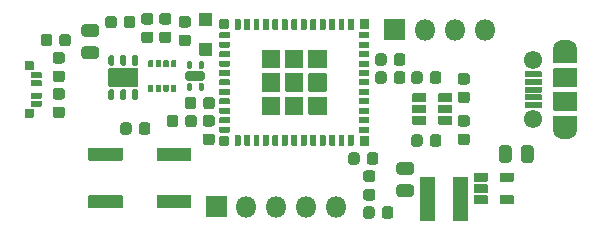
<source format=gbr>
G04 #@! TF.GenerationSoftware,KiCad,Pcbnew,(5.1.10)-1*
G04 #@! TF.CreationDate,2021-05-15T21:05:10-05:00*
G04 #@! TF.ProjectId,temp sensor,74656d70-2073-4656-9e73-6f722e6b6963,rev?*
G04 #@! TF.SameCoordinates,Original*
G04 #@! TF.FileFunction,Soldermask,Top*
G04 #@! TF.FilePolarity,Negative*
%FSLAX45Y45*%
G04 Gerber Fmt 4.5, Leading zero omitted, Abs format (unit mm)*
G04 Created by KiCad (PCBNEW (5.1.10)-1) date 2021-05-15 21:05:10*
%MOMM*%
%LPD*%
G01*
G04 APERTURE LIST*
%ADD10O,1.800000X1.800000*%
%ADD11C,1.550000*%
%ADD12O,2.000000X1.300000*%
G04 APERTURE END LIST*
G04 #@! TO.C,U3*
G36*
G01*
X6668200Y-4893200D02*
X6633200Y-4893200D01*
G75*
G02*
X6628200Y-4888200I0J5000D01*
G01*
X6628200Y-4838200D01*
G75*
G02*
X6633200Y-4833200I5000J0D01*
G01*
X6668200Y-4833200D01*
G75*
G02*
X6673200Y-4838200I0J-5000D01*
G01*
X6673200Y-4888200D01*
G75*
G02*
X6668200Y-4893200I-5000J0D01*
G01*
G37*
G36*
G01*
X6603200Y-4893200D02*
X6568200Y-4893200D01*
G75*
G02*
X6563200Y-4888200I0J5000D01*
G01*
X6563200Y-4838200D01*
G75*
G02*
X6568200Y-4833200I5000J0D01*
G01*
X6603200Y-4833200D01*
G75*
G02*
X6608200Y-4838200I0J-5000D01*
G01*
X6608200Y-4888200D01*
G75*
G02*
X6603200Y-4893200I-5000J0D01*
G01*
G37*
G36*
G01*
X6538200Y-4893200D02*
X6503200Y-4893200D01*
G75*
G02*
X6498200Y-4888200I0J5000D01*
G01*
X6498200Y-4838200D01*
G75*
G02*
X6503200Y-4833200I5000J0D01*
G01*
X6538200Y-4833200D01*
G75*
G02*
X6543200Y-4838200I0J-5000D01*
G01*
X6543200Y-4888200D01*
G75*
G02*
X6538200Y-4893200I-5000J0D01*
G01*
G37*
G36*
G01*
X6473200Y-4893200D02*
X6438200Y-4893200D01*
G75*
G02*
X6433200Y-4888200I0J5000D01*
G01*
X6433200Y-4838200D01*
G75*
G02*
X6438200Y-4833200I5000J0D01*
G01*
X6473200Y-4833200D01*
G75*
G02*
X6478200Y-4838200I0J-5000D01*
G01*
X6478200Y-4888200D01*
G75*
G02*
X6473200Y-4893200I-5000J0D01*
G01*
G37*
G36*
G01*
X6473200Y-5098200D02*
X6438200Y-5098200D01*
G75*
G02*
X6433200Y-5093200I0J5000D01*
G01*
X6433200Y-5043200D01*
G75*
G02*
X6438200Y-5038200I5000J0D01*
G01*
X6473200Y-5038200D01*
G75*
G02*
X6478200Y-5043200I0J-5000D01*
G01*
X6478200Y-5093200D01*
G75*
G02*
X6473200Y-5098200I-5000J0D01*
G01*
G37*
G36*
G01*
X6538200Y-5098200D02*
X6503200Y-5098200D01*
G75*
G02*
X6498200Y-5093200I0J5000D01*
G01*
X6498200Y-5043200D01*
G75*
G02*
X6503200Y-5038200I5000J0D01*
G01*
X6538200Y-5038200D01*
G75*
G02*
X6543200Y-5043200I0J-5000D01*
G01*
X6543200Y-5093200D01*
G75*
G02*
X6538200Y-5098200I-5000J0D01*
G01*
G37*
G36*
G01*
X6603200Y-5098200D02*
X6568200Y-5098200D01*
G75*
G02*
X6563200Y-5093200I0J5000D01*
G01*
X6563200Y-5043200D01*
G75*
G02*
X6568200Y-5038200I5000J0D01*
G01*
X6603200Y-5038200D01*
G75*
G02*
X6608200Y-5043200I0J-5000D01*
G01*
X6608200Y-5093200D01*
G75*
G02*
X6603200Y-5098200I-5000J0D01*
G01*
G37*
G36*
G01*
X6668200Y-5098200D02*
X6633200Y-5098200D01*
G75*
G02*
X6628200Y-5093200I0J5000D01*
G01*
X6628200Y-5043200D01*
G75*
G02*
X6633200Y-5038200I5000J0D01*
G01*
X6668200Y-5038200D01*
G75*
G02*
X6673200Y-5043200I0J-5000D01*
G01*
X6673200Y-5093200D01*
G75*
G02*
X6668200Y-5098200I-5000J0D01*
G01*
G37*
G04 #@! TD*
G04 #@! TO.C,J2*
G36*
G01*
X8606700Y-4662000D02*
X8436700Y-4662000D01*
G75*
G02*
X8431700Y-4657000I0J5000D01*
G01*
X8431700Y-4487000D01*
G75*
G02*
X8436700Y-4482000I5000J0D01*
G01*
X8606700Y-4482000D01*
G75*
G02*
X8611700Y-4487000I0J-5000D01*
G01*
X8611700Y-4657000D01*
G75*
G02*
X8606700Y-4662000I-5000J0D01*
G01*
G37*
D10*
X8775700Y-4572000D03*
X9029700Y-4572000D03*
X9283700Y-4572000D03*
G04 #@! TD*
G04 #@! TO.C,R8*
G36*
G01*
X8412000Y-6149525D02*
X8412000Y-6093275D01*
G75*
G02*
X8436375Y-6068900I24375J0D01*
G01*
X8485125Y-6068900D01*
G75*
G02*
X8509500Y-6093275I0J-24375D01*
G01*
X8509500Y-6149525D01*
G75*
G02*
X8485125Y-6173900I-24375J0D01*
G01*
X8436375Y-6173900D01*
G75*
G02*
X8412000Y-6149525I0J24375D01*
G01*
G37*
G36*
G01*
X8254500Y-6149525D02*
X8254500Y-6093275D01*
G75*
G02*
X8278875Y-6068900I24375J0D01*
G01*
X8327625Y-6068900D01*
G75*
G02*
X8352000Y-6093275I0J-24375D01*
G01*
X8352000Y-6149525D01*
G75*
G02*
X8327625Y-6173900I-24375J0D01*
G01*
X8278875Y-6173900D01*
G75*
G02*
X8254500Y-6149525I0J24375D01*
G01*
G37*
G04 #@! TD*
G04 #@! TO.C,C5*
G36*
G01*
X6325100Y-4480375D02*
X6325100Y-4536625D01*
G75*
G02*
X6300725Y-4561000I-24375J0D01*
G01*
X6251975Y-4561000D01*
G75*
G02*
X6227600Y-4536625I0J24375D01*
G01*
X6227600Y-4480375D01*
G75*
G02*
X6251975Y-4456000I24375J0D01*
G01*
X6300725Y-4456000D01*
G75*
G02*
X6325100Y-4480375I0J-24375D01*
G01*
G37*
G36*
G01*
X6167600Y-4480375D02*
X6167600Y-4536625D01*
G75*
G02*
X6143225Y-4561000I-24375J0D01*
G01*
X6094475Y-4561000D01*
G75*
G02*
X6070100Y-4536625I0J24375D01*
G01*
X6070100Y-4480375D01*
G75*
G02*
X6094475Y-4456000I24375J0D01*
G01*
X6143225Y-4456000D01*
G75*
G02*
X6167600Y-4480375I0J-24375D01*
G01*
G37*
G04 #@! TD*
G04 #@! TO.C,R9*
G36*
G01*
X8277675Y-5765300D02*
X8333925Y-5765300D01*
G75*
G02*
X8358300Y-5789675I0J-24375D01*
G01*
X8358300Y-5838425D01*
G75*
G02*
X8333925Y-5862800I-24375J0D01*
G01*
X8277675Y-5862800D01*
G75*
G02*
X8253300Y-5838425I0J24375D01*
G01*
X8253300Y-5789675D01*
G75*
G02*
X8277675Y-5765300I24375J0D01*
G01*
G37*
G36*
G01*
X8277675Y-5922800D02*
X8333925Y-5922800D01*
G75*
G02*
X8358300Y-5947175I0J-24375D01*
G01*
X8358300Y-5995925D01*
G75*
G02*
X8333925Y-6020300I-24375J0D01*
G01*
X8277675Y-6020300D01*
G75*
G02*
X8253300Y-5995925I0J24375D01*
G01*
X8253300Y-5947175D01*
G75*
G02*
X8277675Y-5922800I24375J0D01*
G01*
G37*
G04 #@! TD*
G04 #@! TO.C,C9*
G36*
G01*
X8658725Y-5989500D02*
X8562475Y-5989500D01*
G75*
G02*
X8535600Y-5962625I0J26875D01*
G01*
X8535600Y-5908875D01*
G75*
G02*
X8562475Y-5882000I26875J0D01*
G01*
X8658725Y-5882000D01*
G75*
G02*
X8685600Y-5908875I0J-26875D01*
G01*
X8685600Y-5962625D01*
G75*
G02*
X8658725Y-5989500I-26875J0D01*
G01*
G37*
G36*
G01*
X8658725Y-5802000D02*
X8562475Y-5802000D01*
G75*
G02*
X8535600Y-5775125I0J26875D01*
G01*
X8535600Y-5721375D01*
G75*
G02*
X8562475Y-5694500I26875J0D01*
G01*
X8658725Y-5694500D01*
G75*
G02*
X8685600Y-5721375I0J-26875D01*
G01*
X8685600Y-5775125D01*
G75*
G02*
X8658725Y-5802000I-26875J0D01*
G01*
G37*
G04 #@! TD*
G04 #@! TO.C,D2*
G36*
G01*
X5396000Y-4840000D02*
X5459000Y-4840000D01*
G75*
G02*
X5464000Y-4845000I0J-5000D01*
G01*
X5464000Y-4911000D01*
G75*
G02*
X5459000Y-4916000I-5000J0D01*
G01*
X5396000Y-4916000D01*
G75*
G02*
X5391000Y-4911000I0J5000D01*
G01*
X5391000Y-4845000D01*
G75*
G02*
X5396000Y-4840000I5000J0D01*
G01*
G37*
G36*
G01*
X5446000Y-4934000D02*
X5526000Y-4934000D01*
G75*
G02*
X5531000Y-4939000I0J-5000D01*
G01*
X5531000Y-4979000D01*
G75*
G02*
X5526000Y-4984000I-5000J0D01*
G01*
X5446000Y-4984000D01*
G75*
G02*
X5441000Y-4979000I0J5000D01*
G01*
X5441000Y-4939000D01*
G75*
G02*
X5446000Y-4934000I5000J0D01*
G01*
G37*
G36*
G01*
X5446000Y-5002000D02*
X5526000Y-5002000D01*
G75*
G02*
X5531000Y-5007000I0J-5000D01*
G01*
X5531000Y-5047000D01*
G75*
G02*
X5526000Y-5052000I-5000J0D01*
G01*
X5446000Y-5052000D01*
G75*
G02*
X5441000Y-5047000I0J5000D01*
G01*
X5441000Y-5007000D01*
G75*
G02*
X5446000Y-5002000I5000J0D01*
G01*
G37*
G36*
G01*
X5446000Y-5108000D02*
X5526000Y-5108000D01*
G75*
G02*
X5531000Y-5113000I0J-5000D01*
G01*
X5531000Y-5153000D01*
G75*
G02*
X5526000Y-5158000I-5000J0D01*
G01*
X5446000Y-5158000D01*
G75*
G02*
X5441000Y-5153000I0J5000D01*
G01*
X5441000Y-5113000D01*
G75*
G02*
X5446000Y-5108000I5000J0D01*
G01*
G37*
G36*
G01*
X5446000Y-5176000D02*
X5526000Y-5176000D01*
G75*
G02*
X5531000Y-5181000I0J-5000D01*
G01*
X5531000Y-5221000D01*
G75*
G02*
X5526000Y-5226000I-5000J0D01*
G01*
X5446000Y-5226000D01*
G75*
G02*
X5441000Y-5221000I0J5000D01*
G01*
X5441000Y-5181000D01*
G75*
G02*
X5446000Y-5176000I5000J0D01*
G01*
G37*
G36*
G01*
X5396000Y-5244000D02*
X5459000Y-5244000D01*
G75*
G02*
X5464000Y-5249000I0J-5000D01*
G01*
X5464000Y-5315000D01*
G75*
G02*
X5459000Y-5320000I-5000J0D01*
G01*
X5396000Y-5320000D01*
G75*
G02*
X5391000Y-5315000I0J5000D01*
G01*
X5391000Y-5249000D01*
G75*
G02*
X5396000Y-5244000I5000J0D01*
G01*
G37*
G04 #@! TD*
G04 #@! TO.C,C4*
G36*
G01*
X6743200Y-5222425D02*
X6743200Y-5166175D01*
G75*
G02*
X6767575Y-5141800I24375J0D01*
G01*
X6816325Y-5141800D01*
G75*
G02*
X6840700Y-5166175I0J-24375D01*
G01*
X6840700Y-5222425D01*
G75*
G02*
X6816325Y-5246800I-24375J0D01*
G01*
X6767575Y-5246800D01*
G75*
G02*
X6743200Y-5222425I0J24375D01*
G01*
G37*
G36*
G01*
X6900700Y-5222425D02*
X6900700Y-5166175D01*
G75*
G02*
X6925075Y-5141800I24375J0D01*
G01*
X6973825Y-5141800D01*
G75*
G02*
X6998200Y-5166175I0J-24375D01*
G01*
X6998200Y-5222425D01*
G75*
G02*
X6973825Y-5246800I-24375J0D01*
G01*
X6925075Y-5246800D01*
G75*
G02*
X6900700Y-5222425I0J24375D01*
G01*
G37*
G04 #@! TD*
G04 #@! TO.C,L1*
G36*
G01*
X6715575Y-4457200D02*
X6771825Y-4457200D01*
G75*
G02*
X6796200Y-4481575I0J-24375D01*
G01*
X6796200Y-4530325D01*
G75*
G02*
X6771825Y-4554700I-24375J0D01*
G01*
X6715575Y-4554700D01*
G75*
G02*
X6691200Y-4530325I0J24375D01*
G01*
X6691200Y-4481575D01*
G75*
G02*
X6715575Y-4457200I24375J0D01*
G01*
G37*
G36*
G01*
X6715575Y-4614700D02*
X6771825Y-4614700D01*
G75*
G02*
X6796200Y-4639075I0J-24375D01*
G01*
X6796200Y-4687825D01*
G75*
G02*
X6771825Y-4712200I-24375J0D01*
G01*
X6715575Y-4712200D01*
G75*
G02*
X6691200Y-4687825I0J24375D01*
G01*
X6691200Y-4639075D01*
G75*
G02*
X6715575Y-4614700I24375J0D01*
G01*
G37*
G04 #@! TD*
G04 #@! TO.C,R7*
G36*
G01*
X6845800Y-5318575D02*
X6845800Y-5374825D01*
G75*
G02*
X6821425Y-5399200I-24375J0D01*
G01*
X6772675Y-5399200D01*
G75*
G02*
X6748300Y-5374825I0J24375D01*
G01*
X6748300Y-5318575D01*
G75*
G02*
X6772675Y-5294200I24375J0D01*
G01*
X6821425Y-5294200D01*
G75*
G02*
X6845800Y-5318575I0J-24375D01*
G01*
G37*
G36*
G01*
X6688300Y-5318575D02*
X6688300Y-5374825D01*
G75*
G02*
X6663925Y-5399200I-24375J0D01*
G01*
X6615175Y-5399200D01*
G75*
G02*
X6590800Y-5374825I0J24375D01*
G01*
X6590800Y-5318575D01*
G75*
G02*
X6615175Y-5294200I24375J0D01*
G01*
X6663925Y-5294200D01*
G75*
G02*
X6688300Y-5318575I0J-24375D01*
G01*
G37*
G04 #@! TD*
G04 #@! TO.C,R10*
G36*
G01*
X9134025Y-5194800D02*
X9077775Y-5194800D01*
G75*
G02*
X9053400Y-5170425I0J24375D01*
G01*
X9053400Y-5121675D01*
G75*
G02*
X9077775Y-5097300I24375J0D01*
G01*
X9134025Y-5097300D01*
G75*
G02*
X9158400Y-5121675I0J-24375D01*
G01*
X9158400Y-5170425D01*
G75*
G02*
X9134025Y-5194800I-24375J0D01*
G01*
G37*
G36*
G01*
X9134025Y-5037300D02*
X9077775Y-5037300D01*
G75*
G02*
X9053400Y-5012925I0J24375D01*
G01*
X9053400Y-4964175D01*
G75*
G02*
X9077775Y-4939800I24375J0D01*
G01*
X9134025Y-4939800D01*
G75*
G02*
X9158400Y-4964175I0J-24375D01*
G01*
X9158400Y-5012925D01*
G75*
G02*
X9134025Y-5037300I-24375J0D01*
G01*
G37*
G04 #@! TD*
G04 #@! TO.C,R11*
G36*
G01*
X9134025Y-5392900D02*
X9077775Y-5392900D01*
G75*
G02*
X9053400Y-5368525I0J24375D01*
G01*
X9053400Y-5319775D01*
G75*
G02*
X9077775Y-5295400I24375J0D01*
G01*
X9134025Y-5295400D01*
G75*
G02*
X9158400Y-5319775I0J-24375D01*
G01*
X9158400Y-5368525D01*
G75*
G02*
X9134025Y-5392900I-24375J0D01*
G01*
G37*
G36*
G01*
X9134025Y-5550400D02*
X9077775Y-5550400D01*
G75*
G02*
X9053400Y-5526025I0J24375D01*
G01*
X9053400Y-5477275D01*
G75*
G02*
X9077775Y-5452900I24375J0D01*
G01*
X9134025Y-5452900D01*
G75*
G02*
X9158400Y-5477275I0J-24375D01*
G01*
X9158400Y-5526025D01*
G75*
G02*
X9134025Y-5550400I-24375J0D01*
G01*
G37*
G04 #@! TD*
G04 #@! TO.C,R12*
G36*
G01*
X8758400Y-4950275D02*
X8758400Y-5006525D01*
G75*
G02*
X8734025Y-5030900I-24375J0D01*
G01*
X8685275Y-5030900D01*
G75*
G02*
X8660900Y-5006525I0J24375D01*
G01*
X8660900Y-4950275D01*
G75*
G02*
X8685275Y-4925900I24375J0D01*
G01*
X8734025Y-4925900D01*
G75*
G02*
X8758400Y-4950275I0J-24375D01*
G01*
G37*
G36*
G01*
X8915900Y-4950275D02*
X8915900Y-5006525D01*
G75*
G02*
X8891525Y-5030900I-24375J0D01*
G01*
X8842775Y-5030900D01*
G75*
G02*
X8818400Y-5006525I0J24375D01*
G01*
X8818400Y-4950275D01*
G75*
G02*
X8842775Y-4925900I24375J0D01*
G01*
X8891525Y-4925900D01*
G75*
G02*
X8915900Y-4950275I0J-24375D01*
G01*
G37*
G04 #@! TD*
G04 #@! TO.C,R13*
G36*
G01*
X8915900Y-5483675D02*
X8915900Y-5539925D01*
G75*
G02*
X8891525Y-5564300I-24375J0D01*
G01*
X8842775Y-5564300D01*
G75*
G02*
X8818400Y-5539925I0J24375D01*
G01*
X8818400Y-5483675D01*
G75*
G02*
X8842775Y-5459300I24375J0D01*
G01*
X8891525Y-5459300D01*
G75*
G02*
X8915900Y-5483675I0J-24375D01*
G01*
G37*
G36*
G01*
X8758400Y-5483675D02*
X8758400Y-5539925D01*
G75*
G02*
X8734025Y-5564300I-24375J0D01*
G01*
X8685275Y-5564300D01*
G75*
G02*
X8660900Y-5539925I0J24375D01*
G01*
X8660900Y-5483675D01*
G75*
G02*
X8685275Y-5459300I24375J0D01*
G01*
X8734025Y-5459300D01*
G75*
G02*
X8758400Y-5483675I0J-24375D01*
G01*
G37*
G04 #@! TD*
G04 #@! TO.C,U2*
G36*
G01*
X9191900Y-5855700D02*
X9191900Y-5790700D01*
G75*
G02*
X9196900Y-5785700I5000J0D01*
G01*
X9302900Y-5785700D01*
G75*
G02*
X9307900Y-5790700I0J-5000D01*
G01*
X9307900Y-5855700D01*
G75*
G02*
X9302900Y-5860700I-5000J0D01*
G01*
X9196900Y-5860700D01*
G75*
G02*
X9191900Y-5855700I0J5000D01*
G01*
G37*
G36*
G01*
X9191900Y-5950700D02*
X9191900Y-5885700D01*
G75*
G02*
X9196900Y-5880700I5000J0D01*
G01*
X9302900Y-5880700D01*
G75*
G02*
X9307900Y-5885700I0J-5000D01*
G01*
X9307900Y-5950700D01*
G75*
G02*
X9302900Y-5955700I-5000J0D01*
G01*
X9196900Y-5955700D01*
G75*
G02*
X9191900Y-5950700I0J5000D01*
G01*
G37*
G36*
G01*
X9191900Y-6045700D02*
X9191900Y-5980700D01*
G75*
G02*
X9196900Y-5975700I5000J0D01*
G01*
X9302900Y-5975700D01*
G75*
G02*
X9307900Y-5980700I0J-5000D01*
G01*
X9307900Y-6045700D01*
G75*
G02*
X9302900Y-6050700I-5000J0D01*
G01*
X9196900Y-6050700D01*
G75*
G02*
X9191900Y-6045700I0J5000D01*
G01*
G37*
G36*
G01*
X9411900Y-6045700D02*
X9411900Y-5980700D01*
G75*
G02*
X9416900Y-5975700I5000J0D01*
G01*
X9522900Y-5975700D01*
G75*
G02*
X9527900Y-5980700I0J-5000D01*
G01*
X9527900Y-6045700D01*
G75*
G02*
X9522900Y-6050700I-5000J0D01*
G01*
X9416900Y-6050700D01*
G75*
G02*
X9411900Y-6045700I0J5000D01*
G01*
G37*
G36*
G01*
X9411900Y-5855700D02*
X9411900Y-5790700D01*
G75*
G02*
X9416900Y-5785700I5000J0D01*
G01*
X9522900Y-5785700D01*
G75*
G02*
X9527900Y-5790700I0J-5000D01*
G01*
X9527900Y-5855700D01*
G75*
G02*
X9522900Y-5860700I-5000J0D01*
G01*
X9416900Y-5860700D01*
G75*
G02*
X9411900Y-5855700I0J5000D01*
G01*
G37*
G04 #@! TD*
G04 #@! TO.C,U4*
G36*
G01*
X6310500Y-4788400D02*
X6335500Y-4788400D01*
G75*
G02*
X6348000Y-4800900I0J-12500D01*
G01*
X6348000Y-4865900D01*
G75*
G02*
X6335500Y-4878400I-12500J0D01*
G01*
X6310500Y-4878400D01*
G75*
G02*
X6298000Y-4865900I0J12500D01*
G01*
X6298000Y-4800900D01*
G75*
G02*
X6310500Y-4788400I12500J0D01*
G01*
G37*
G36*
G01*
X6210500Y-4788400D02*
X6235500Y-4788400D01*
G75*
G02*
X6248000Y-4800900I0J-12500D01*
G01*
X6248000Y-4865900D01*
G75*
G02*
X6235500Y-4878400I-12500J0D01*
G01*
X6210500Y-4878400D01*
G75*
G02*
X6198000Y-4865900I0J12500D01*
G01*
X6198000Y-4800900D01*
G75*
G02*
X6210500Y-4788400I12500J0D01*
G01*
G37*
G36*
G01*
X6110500Y-4788400D02*
X6135500Y-4788400D01*
G75*
G02*
X6148000Y-4800900I0J-12500D01*
G01*
X6148000Y-4865900D01*
G75*
G02*
X6135500Y-4878400I-12500J0D01*
G01*
X6110500Y-4878400D01*
G75*
G02*
X6098000Y-4865900I0J12500D01*
G01*
X6098000Y-4800900D01*
G75*
G02*
X6110500Y-4788400I12500J0D01*
G01*
G37*
G36*
G01*
X6110500Y-5078400D02*
X6135500Y-5078400D01*
G75*
G02*
X6148000Y-5090900I0J-12500D01*
G01*
X6148000Y-5155900D01*
G75*
G02*
X6135500Y-5168400I-12500J0D01*
G01*
X6110500Y-5168400D01*
G75*
G02*
X6098000Y-5155900I0J12500D01*
G01*
X6098000Y-5090900D01*
G75*
G02*
X6110500Y-5078400I12500J0D01*
G01*
G37*
G36*
G01*
X6210500Y-5078400D02*
X6235500Y-5078400D01*
G75*
G02*
X6248000Y-5090900I0J-12500D01*
G01*
X6248000Y-5155900D01*
G75*
G02*
X6235500Y-5168400I-12500J0D01*
G01*
X6210500Y-5168400D01*
G75*
G02*
X6198000Y-5155900I0J12500D01*
G01*
X6198000Y-5090900D01*
G75*
G02*
X6210500Y-5078400I12500J0D01*
G01*
G37*
G36*
G01*
X6310500Y-5078400D02*
X6335500Y-5078400D01*
G75*
G02*
X6348000Y-5090900I0J-12500D01*
G01*
X6348000Y-5155900D01*
G75*
G02*
X6335500Y-5168400I-12500J0D01*
G01*
X6310500Y-5168400D01*
G75*
G02*
X6298000Y-5155900I0J12500D01*
G01*
X6298000Y-5090900D01*
G75*
G02*
X6310500Y-5078400I12500J0D01*
G01*
G37*
G36*
G01*
X6103000Y-4898400D02*
X6343000Y-4898400D01*
G75*
G02*
X6348000Y-4903400I0J-5000D01*
G01*
X6348000Y-5053400D01*
G75*
G02*
X6343000Y-5058400I-5000J0D01*
G01*
X6103000Y-5058400D01*
G75*
G02*
X6098000Y-5053400I0J5000D01*
G01*
X6098000Y-4903400D01*
G75*
G02*
X6103000Y-4898400I5000J0D01*
G01*
G37*
G04 #@! TD*
G04 #@! TO.C,U5*
G36*
G01*
X8671200Y-5182600D02*
X8671200Y-5117600D01*
G75*
G02*
X8676200Y-5112600I5000J0D01*
G01*
X8782200Y-5112600D01*
G75*
G02*
X8787200Y-5117600I0J-5000D01*
G01*
X8787200Y-5182600D01*
G75*
G02*
X8782200Y-5187600I-5000J0D01*
G01*
X8676200Y-5187600D01*
G75*
G02*
X8671200Y-5182600I0J5000D01*
G01*
G37*
G36*
G01*
X8671200Y-5277600D02*
X8671200Y-5212600D01*
G75*
G02*
X8676200Y-5207600I5000J0D01*
G01*
X8782200Y-5207600D01*
G75*
G02*
X8787200Y-5212600I0J-5000D01*
G01*
X8787200Y-5277600D01*
G75*
G02*
X8782200Y-5282600I-5000J0D01*
G01*
X8676200Y-5282600D01*
G75*
G02*
X8671200Y-5277600I0J5000D01*
G01*
G37*
G36*
G01*
X8671200Y-5372600D02*
X8671200Y-5307600D01*
G75*
G02*
X8676200Y-5302600I5000J0D01*
G01*
X8782200Y-5302600D01*
G75*
G02*
X8787200Y-5307600I0J-5000D01*
G01*
X8787200Y-5372600D01*
G75*
G02*
X8782200Y-5377600I-5000J0D01*
G01*
X8676200Y-5377600D01*
G75*
G02*
X8671200Y-5372600I0J5000D01*
G01*
G37*
G36*
G01*
X8891200Y-5372600D02*
X8891200Y-5307600D01*
G75*
G02*
X8896200Y-5302600I5000J0D01*
G01*
X9002200Y-5302600D01*
G75*
G02*
X9007200Y-5307600I0J-5000D01*
G01*
X9007200Y-5372600D01*
G75*
G02*
X9002200Y-5377600I-5000J0D01*
G01*
X8896200Y-5377600D01*
G75*
G02*
X8891200Y-5372600I0J5000D01*
G01*
G37*
G36*
G01*
X8891200Y-5182600D02*
X8891200Y-5117600D01*
G75*
G02*
X8896200Y-5112600I5000J0D01*
G01*
X9002200Y-5112600D01*
G75*
G02*
X9007200Y-5117600I0J-5000D01*
G01*
X9007200Y-5182600D01*
G75*
G02*
X9002200Y-5187600I-5000J0D01*
G01*
X8896200Y-5187600D01*
G75*
G02*
X8891200Y-5182600I0J5000D01*
G01*
G37*
G36*
G01*
X8891200Y-5277600D02*
X8891200Y-5212600D01*
G75*
G02*
X8896200Y-5207600I5000J0D01*
G01*
X9002200Y-5207600D01*
G75*
G02*
X9007200Y-5212600I0J-5000D01*
G01*
X9007200Y-5277600D01*
G75*
G02*
X9002200Y-5282600I-5000J0D01*
G01*
X8896200Y-5282600D01*
G75*
G02*
X8891200Y-5277600I0J5000D01*
G01*
G37*
G04 #@! TD*
G04 #@! TO.C,R1*
G36*
G01*
X8356100Y-4854125D02*
X8356100Y-4797875D01*
G75*
G02*
X8380475Y-4773500I24375J0D01*
G01*
X8429225Y-4773500D01*
G75*
G02*
X8453600Y-4797875I0J-24375D01*
G01*
X8453600Y-4854125D01*
G75*
G02*
X8429225Y-4878500I-24375J0D01*
G01*
X8380475Y-4878500D01*
G75*
G02*
X8356100Y-4854125I0J24375D01*
G01*
G37*
G36*
G01*
X8513600Y-4854125D02*
X8513600Y-4797875D01*
G75*
G02*
X8537975Y-4773500I24375J0D01*
G01*
X8586725Y-4773500D01*
G75*
G02*
X8611100Y-4797875I0J-24375D01*
G01*
X8611100Y-4854125D01*
G75*
G02*
X8586725Y-4878500I-24375J0D01*
G01*
X8537975Y-4878500D01*
G75*
G02*
X8513600Y-4854125I0J24375D01*
G01*
G37*
G04 #@! TD*
G04 #@! TO.C,IC1*
G36*
G01*
X7120800Y-4644800D02*
X7040800Y-4644800D01*
G75*
G02*
X7035800Y-4639800I0J5000D01*
G01*
X7035800Y-4599800D01*
G75*
G02*
X7040800Y-4594800I5000J0D01*
G01*
X7120800Y-4594800D01*
G75*
G02*
X7125800Y-4599800I0J-5000D01*
G01*
X7125800Y-4639800D01*
G75*
G02*
X7120800Y-4644800I-5000J0D01*
G01*
G37*
G36*
G01*
X7120800Y-4724800D02*
X7040800Y-4724800D01*
G75*
G02*
X7035800Y-4719800I0J5000D01*
G01*
X7035800Y-4679800D01*
G75*
G02*
X7040800Y-4674800I5000J0D01*
G01*
X7120800Y-4674800D01*
G75*
G02*
X7125800Y-4679800I0J-5000D01*
G01*
X7125800Y-4719800D01*
G75*
G02*
X7120800Y-4724800I-5000J0D01*
G01*
G37*
G36*
G01*
X7120800Y-4804800D02*
X7040800Y-4804800D01*
G75*
G02*
X7035800Y-4799800I0J5000D01*
G01*
X7035800Y-4759800D01*
G75*
G02*
X7040800Y-4754800I5000J0D01*
G01*
X7120800Y-4754800D01*
G75*
G02*
X7125800Y-4759800I0J-5000D01*
G01*
X7125800Y-4799800D01*
G75*
G02*
X7120800Y-4804800I-5000J0D01*
G01*
G37*
G36*
G01*
X7120800Y-4884800D02*
X7040800Y-4884800D01*
G75*
G02*
X7035800Y-4879800I0J5000D01*
G01*
X7035800Y-4839800D01*
G75*
G02*
X7040800Y-4834800I5000J0D01*
G01*
X7120800Y-4834800D01*
G75*
G02*
X7125800Y-4839800I0J-5000D01*
G01*
X7125800Y-4879800D01*
G75*
G02*
X7120800Y-4884800I-5000J0D01*
G01*
G37*
G36*
G01*
X7120800Y-4964800D02*
X7040800Y-4964800D01*
G75*
G02*
X7035800Y-4959800I0J5000D01*
G01*
X7035800Y-4919800D01*
G75*
G02*
X7040800Y-4914800I5000J0D01*
G01*
X7120800Y-4914800D01*
G75*
G02*
X7125800Y-4919800I0J-5000D01*
G01*
X7125800Y-4959800D01*
G75*
G02*
X7120800Y-4964800I-5000J0D01*
G01*
G37*
G36*
G01*
X7120800Y-5044800D02*
X7040800Y-5044800D01*
G75*
G02*
X7035800Y-5039800I0J5000D01*
G01*
X7035800Y-4999800D01*
G75*
G02*
X7040800Y-4994800I5000J0D01*
G01*
X7120800Y-4994800D01*
G75*
G02*
X7125800Y-4999800I0J-5000D01*
G01*
X7125800Y-5039800D01*
G75*
G02*
X7120800Y-5044800I-5000J0D01*
G01*
G37*
G36*
G01*
X7120800Y-5124800D02*
X7040800Y-5124800D01*
G75*
G02*
X7035800Y-5119800I0J5000D01*
G01*
X7035800Y-5079800D01*
G75*
G02*
X7040800Y-5074800I5000J0D01*
G01*
X7120800Y-5074800D01*
G75*
G02*
X7125800Y-5079800I0J-5000D01*
G01*
X7125800Y-5119800D01*
G75*
G02*
X7120800Y-5124800I-5000J0D01*
G01*
G37*
G36*
G01*
X7120800Y-5204800D02*
X7040800Y-5204800D01*
G75*
G02*
X7035800Y-5199800I0J5000D01*
G01*
X7035800Y-5159800D01*
G75*
G02*
X7040800Y-5154800I5000J0D01*
G01*
X7120800Y-5154800D01*
G75*
G02*
X7125800Y-5159800I0J-5000D01*
G01*
X7125800Y-5199800D01*
G75*
G02*
X7120800Y-5204800I-5000J0D01*
G01*
G37*
G36*
G01*
X7120800Y-5284800D02*
X7040800Y-5284800D01*
G75*
G02*
X7035800Y-5279800I0J5000D01*
G01*
X7035800Y-5239800D01*
G75*
G02*
X7040800Y-5234800I5000J0D01*
G01*
X7120800Y-5234800D01*
G75*
G02*
X7125800Y-5239800I0J-5000D01*
G01*
X7125800Y-5279800D01*
G75*
G02*
X7120800Y-5284800I-5000J0D01*
G01*
G37*
G36*
G01*
X7120800Y-5364800D02*
X7040800Y-5364800D01*
G75*
G02*
X7035800Y-5359800I0J5000D01*
G01*
X7035800Y-5319800D01*
G75*
G02*
X7040800Y-5314800I5000J0D01*
G01*
X7120800Y-5314800D01*
G75*
G02*
X7125800Y-5319800I0J-5000D01*
G01*
X7125800Y-5359800D01*
G75*
G02*
X7120800Y-5364800I-5000J0D01*
G01*
G37*
G36*
G01*
X7120800Y-5444800D02*
X7040800Y-5444800D01*
G75*
G02*
X7035800Y-5439800I0J5000D01*
G01*
X7035800Y-5399800D01*
G75*
G02*
X7040800Y-5394800I5000J0D01*
G01*
X7120800Y-5394800D01*
G75*
G02*
X7125800Y-5399800I0J-5000D01*
G01*
X7125800Y-5439800D01*
G75*
G02*
X7120800Y-5444800I-5000J0D01*
G01*
G37*
G36*
G01*
X7165800Y-5549800D02*
X7165800Y-5469800D01*
G75*
G02*
X7170800Y-5464800I5000J0D01*
G01*
X7210800Y-5464800D01*
G75*
G02*
X7215800Y-5469800I0J-5000D01*
G01*
X7215800Y-5549800D01*
G75*
G02*
X7210800Y-5554800I-5000J0D01*
G01*
X7170800Y-5554800D01*
G75*
G02*
X7165800Y-5549800I0J5000D01*
G01*
G37*
G36*
G01*
X7245800Y-5549800D02*
X7245800Y-5469800D01*
G75*
G02*
X7250800Y-5464800I5000J0D01*
G01*
X7290800Y-5464800D01*
G75*
G02*
X7295800Y-5469800I0J-5000D01*
G01*
X7295800Y-5549800D01*
G75*
G02*
X7290800Y-5554800I-5000J0D01*
G01*
X7250800Y-5554800D01*
G75*
G02*
X7245800Y-5549800I0J5000D01*
G01*
G37*
G36*
G01*
X7325800Y-5549800D02*
X7325800Y-5469800D01*
G75*
G02*
X7330800Y-5464800I5000J0D01*
G01*
X7370800Y-5464800D01*
G75*
G02*
X7375800Y-5469800I0J-5000D01*
G01*
X7375800Y-5549800D01*
G75*
G02*
X7370800Y-5554800I-5000J0D01*
G01*
X7330800Y-5554800D01*
G75*
G02*
X7325800Y-5549800I0J5000D01*
G01*
G37*
G36*
G01*
X7405800Y-5549800D02*
X7405800Y-5469800D01*
G75*
G02*
X7410800Y-5464800I5000J0D01*
G01*
X7450800Y-5464800D01*
G75*
G02*
X7455800Y-5469800I0J-5000D01*
G01*
X7455800Y-5549800D01*
G75*
G02*
X7450800Y-5554800I-5000J0D01*
G01*
X7410800Y-5554800D01*
G75*
G02*
X7405800Y-5549800I0J5000D01*
G01*
G37*
G36*
G01*
X7485800Y-5549800D02*
X7485800Y-5469800D01*
G75*
G02*
X7490800Y-5464800I5000J0D01*
G01*
X7530800Y-5464800D01*
G75*
G02*
X7535800Y-5469800I0J-5000D01*
G01*
X7535800Y-5549800D01*
G75*
G02*
X7530800Y-5554800I-5000J0D01*
G01*
X7490800Y-5554800D01*
G75*
G02*
X7485800Y-5549800I0J5000D01*
G01*
G37*
G36*
G01*
X7565800Y-5549800D02*
X7565800Y-5469800D01*
G75*
G02*
X7570800Y-5464800I5000J0D01*
G01*
X7610800Y-5464800D01*
G75*
G02*
X7615800Y-5469800I0J-5000D01*
G01*
X7615800Y-5549800D01*
G75*
G02*
X7610800Y-5554800I-5000J0D01*
G01*
X7570800Y-5554800D01*
G75*
G02*
X7565800Y-5549800I0J5000D01*
G01*
G37*
G36*
G01*
X7645800Y-5549800D02*
X7645800Y-5469800D01*
G75*
G02*
X7650800Y-5464800I5000J0D01*
G01*
X7690800Y-5464800D01*
G75*
G02*
X7695800Y-5469800I0J-5000D01*
G01*
X7695800Y-5549800D01*
G75*
G02*
X7690800Y-5554800I-5000J0D01*
G01*
X7650800Y-5554800D01*
G75*
G02*
X7645800Y-5549800I0J5000D01*
G01*
G37*
G36*
G01*
X7725800Y-5549800D02*
X7725800Y-5469800D01*
G75*
G02*
X7730800Y-5464800I5000J0D01*
G01*
X7770800Y-5464800D01*
G75*
G02*
X7775800Y-5469800I0J-5000D01*
G01*
X7775800Y-5549800D01*
G75*
G02*
X7770800Y-5554800I-5000J0D01*
G01*
X7730800Y-5554800D01*
G75*
G02*
X7725800Y-5549800I0J5000D01*
G01*
G37*
G36*
G01*
X7805800Y-5549800D02*
X7805800Y-5469800D01*
G75*
G02*
X7810800Y-5464800I5000J0D01*
G01*
X7850800Y-5464800D01*
G75*
G02*
X7855800Y-5469800I0J-5000D01*
G01*
X7855800Y-5549800D01*
G75*
G02*
X7850800Y-5554800I-5000J0D01*
G01*
X7810800Y-5554800D01*
G75*
G02*
X7805800Y-5549800I0J5000D01*
G01*
G37*
G36*
G01*
X7885800Y-5549800D02*
X7885800Y-5469800D01*
G75*
G02*
X7890800Y-5464800I5000J0D01*
G01*
X7930800Y-5464800D01*
G75*
G02*
X7935800Y-5469800I0J-5000D01*
G01*
X7935800Y-5549800D01*
G75*
G02*
X7930800Y-5554800I-5000J0D01*
G01*
X7890800Y-5554800D01*
G75*
G02*
X7885800Y-5549800I0J5000D01*
G01*
G37*
G36*
G01*
X7965800Y-5549800D02*
X7965800Y-5469800D01*
G75*
G02*
X7970800Y-5464800I5000J0D01*
G01*
X8010800Y-5464800D01*
G75*
G02*
X8015800Y-5469800I0J-5000D01*
G01*
X8015800Y-5549800D01*
G75*
G02*
X8010800Y-5554800I-5000J0D01*
G01*
X7970800Y-5554800D01*
G75*
G02*
X7965800Y-5549800I0J5000D01*
G01*
G37*
G36*
G01*
X8045800Y-5549800D02*
X8045800Y-5469800D01*
G75*
G02*
X8050800Y-5464800I5000J0D01*
G01*
X8090800Y-5464800D01*
G75*
G02*
X8095800Y-5469800I0J-5000D01*
G01*
X8095800Y-5549800D01*
G75*
G02*
X8090800Y-5554800I-5000J0D01*
G01*
X8050800Y-5554800D01*
G75*
G02*
X8045800Y-5549800I0J5000D01*
G01*
G37*
G36*
G01*
X8125800Y-5549800D02*
X8125800Y-5469800D01*
G75*
G02*
X8130800Y-5464800I5000J0D01*
G01*
X8170800Y-5464800D01*
G75*
G02*
X8175800Y-5469800I0J-5000D01*
G01*
X8175800Y-5549800D01*
G75*
G02*
X8170800Y-5554800I-5000J0D01*
G01*
X8130800Y-5554800D01*
G75*
G02*
X8125800Y-5549800I0J5000D01*
G01*
G37*
G36*
G01*
X8300800Y-5444800D02*
X8220800Y-5444800D01*
G75*
G02*
X8215800Y-5439800I0J5000D01*
G01*
X8215800Y-5399800D01*
G75*
G02*
X8220800Y-5394800I5000J0D01*
G01*
X8300800Y-5394800D01*
G75*
G02*
X8305800Y-5399800I0J-5000D01*
G01*
X8305800Y-5439800D01*
G75*
G02*
X8300800Y-5444800I-5000J0D01*
G01*
G37*
G36*
G01*
X8300800Y-5364800D02*
X8220800Y-5364800D01*
G75*
G02*
X8215800Y-5359800I0J5000D01*
G01*
X8215800Y-5319800D01*
G75*
G02*
X8220800Y-5314800I5000J0D01*
G01*
X8300800Y-5314800D01*
G75*
G02*
X8305800Y-5319800I0J-5000D01*
G01*
X8305800Y-5359800D01*
G75*
G02*
X8300800Y-5364800I-5000J0D01*
G01*
G37*
G36*
G01*
X8300800Y-5284800D02*
X8220800Y-5284800D01*
G75*
G02*
X8215800Y-5279800I0J5000D01*
G01*
X8215800Y-5239800D01*
G75*
G02*
X8220800Y-5234800I5000J0D01*
G01*
X8300800Y-5234800D01*
G75*
G02*
X8305800Y-5239800I0J-5000D01*
G01*
X8305800Y-5279800D01*
G75*
G02*
X8300800Y-5284800I-5000J0D01*
G01*
G37*
G36*
G01*
X8300800Y-5204800D02*
X8220800Y-5204800D01*
G75*
G02*
X8215800Y-5199800I0J5000D01*
G01*
X8215800Y-5159800D01*
G75*
G02*
X8220800Y-5154800I5000J0D01*
G01*
X8300800Y-5154800D01*
G75*
G02*
X8305800Y-5159800I0J-5000D01*
G01*
X8305800Y-5199800D01*
G75*
G02*
X8300800Y-5204800I-5000J0D01*
G01*
G37*
G36*
G01*
X8300800Y-5124800D02*
X8220800Y-5124800D01*
G75*
G02*
X8215800Y-5119800I0J5000D01*
G01*
X8215800Y-5079800D01*
G75*
G02*
X8220800Y-5074800I5000J0D01*
G01*
X8300800Y-5074800D01*
G75*
G02*
X8305800Y-5079800I0J-5000D01*
G01*
X8305800Y-5119800D01*
G75*
G02*
X8300800Y-5124800I-5000J0D01*
G01*
G37*
G36*
G01*
X8300800Y-5044800D02*
X8220800Y-5044800D01*
G75*
G02*
X8215800Y-5039800I0J5000D01*
G01*
X8215800Y-4999800D01*
G75*
G02*
X8220800Y-4994800I5000J0D01*
G01*
X8300800Y-4994800D01*
G75*
G02*
X8305800Y-4999800I0J-5000D01*
G01*
X8305800Y-5039800D01*
G75*
G02*
X8300800Y-5044800I-5000J0D01*
G01*
G37*
G36*
G01*
X8300800Y-4964800D02*
X8220800Y-4964800D01*
G75*
G02*
X8215800Y-4959800I0J5000D01*
G01*
X8215800Y-4919800D01*
G75*
G02*
X8220800Y-4914800I5000J0D01*
G01*
X8300800Y-4914800D01*
G75*
G02*
X8305800Y-4919800I0J-5000D01*
G01*
X8305800Y-4959800D01*
G75*
G02*
X8300800Y-4964800I-5000J0D01*
G01*
G37*
G36*
G01*
X8300800Y-4884800D02*
X8220800Y-4884800D01*
G75*
G02*
X8215800Y-4879800I0J5000D01*
G01*
X8215800Y-4839800D01*
G75*
G02*
X8220800Y-4834800I5000J0D01*
G01*
X8300800Y-4834800D01*
G75*
G02*
X8305800Y-4839800I0J-5000D01*
G01*
X8305800Y-4879800D01*
G75*
G02*
X8300800Y-4884800I-5000J0D01*
G01*
G37*
G36*
G01*
X8300800Y-4804800D02*
X8220800Y-4804800D01*
G75*
G02*
X8215800Y-4799800I0J5000D01*
G01*
X8215800Y-4759800D01*
G75*
G02*
X8220800Y-4754800I5000J0D01*
G01*
X8300800Y-4754800D01*
G75*
G02*
X8305800Y-4759800I0J-5000D01*
G01*
X8305800Y-4799800D01*
G75*
G02*
X8300800Y-4804800I-5000J0D01*
G01*
G37*
G36*
G01*
X8300800Y-4724800D02*
X8220800Y-4724800D01*
G75*
G02*
X8215800Y-4719800I0J5000D01*
G01*
X8215800Y-4679800D01*
G75*
G02*
X8220800Y-4674800I5000J0D01*
G01*
X8300800Y-4674800D01*
G75*
G02*
X8305800Y-4679800I0J-5000D01*
G01*
X8305800Y-4719800D01*
G75*
G02*
X8300800Y-4724800I-5000J0D01*
G01*
G37*
G36*
G01*
X8300800Y-4644800D02*
X8220800Y-4644800D01*
G75*
G02*
X8215800Y-4639800I0J5000D01*
G01*
X8215800Y-4599800D01*
G75*
G02*
X8220800Y-4594800I5000J0D01*
G01*
X8300800Y-4594800D01*
G75*
G02*
X8305800Y-4599800I0J-5000D01*
G01*
X8305800Y-4639800D01*
G75*
G02*
X8300800Y-4644800I-5000J0D01*
G01*
G37*
G36*
G01*
X8125800Y-4569800D02*
X8125800Y-4489800D01*
G75*
G02*
X8130800Y-4484800I5000J0D01*
G01*
X8170800Y-4484800D01*
G75*
G02*
X8175800Y-4489800I0J-5000D01*
G01*
X8175800Y-4569800D01*
G75*
G02*
X8170800Y-4574800I-5000J0D01*
G01*
X8130800Y-4574800D01*
G75*
G02*
X8125800Y-4569800I0J5000D01*
G01*
G37*
G36*
G01*
X8045800Y-4569800D02*
X8045800Y-4489800D01*
G75*
G02*
X8050800Y-4484800I5000J0D01*
G01*
X8090800Y-4484800D01*
G75*
G02*
X8095800Y-4489800I0J-5000D01*
G01*
X8095800Y-4569800D01*
G75*
G02*
X8090800Y-4574800I-5000J0D01*
G01*
X8050800Y-4574800D01*
G75*
G02*
X8045800Y-4569800I0J5000D01*
G01*
G37*
G36*
G01*
X7965800Y-4569800D02*
X7965800Y-4489800D01*
G75*
G02*
X7970800Y-4484800I5000J0D01*
G01*
X8010800Y-4484800D01*
G75*
G02*
X8015800Y-4489800I0J-5000D01*
G01*
X8015800Y-4569800D01*
G75*
G02*
X8010800Y-4574800I-5000J0D01*
G01*
X7970800Y-4574800D01*
G75*
G02*
X7965800Y-4569800I0J5000D01*
G01*
G37*
G36*
G01*
X7885800Y-4569800D02*
X7885800Y-4489800D01*
G75*
G02*
X7890800Y-4484800I5000J0D01*
G01*
X7930800Y-4484800D01*
G75*
G02*
X7935800Y-4489800I0J-5000D01*
G01*
X7935800Y-4569800D01*
G75*
G02*
X7930800Y-4574800I-5000J0D01*
G01*
X7890800Y-4574800D01*
G75*
G02*
X7885800Y-4569800I0J5000D01*
G01*
G37*
G36*
G01*
X7805800Y-4569800D02*
X7805800Y-4489800D01*
G75*
G02*
X7810800Y-4484800I5000J0D01*
G01*
X7850800Y-4484800D01*
G75*
G02*
X7855800Y-4489800I0J-5000D01*
G01*
X7855800Y-4569800D01*
G75*
G02*
X7850800Y-4574800I-5000J0D01*
G01*
X7810800Y-4574800D01*
G75*
G02*
X7805800Y-4569800I0J5000D01*
G01*
G37*
G36*
G01*
X7725800Y-4569800D02*
X7725800Y-4489800D01*
G75*
G02*
X7730800Y-4484800I5000J0D01*
G01*
X7770800Y-4484800D01*
G75*
G02*
X7775800Y-4489800I0J-5000D01*
G01*
X7775800Y-4569800D01*
G75*
G02*
X7770800Y-4574800I-5000J0D01*
G01*
X7730800Y-4574800D01*
G75*
G02*
X7725800Y-4569800I0J5000D01*
G01*
G37*
G36*
G01*
X7645800Y-4569800D02*
X7645800Y-4489800D01*
G75*
G02*
X7650800Y-4484800I5000J0D01*
G01*
X7690800Y-4484800D01*
G75*
G02*
X7695800Y-4489800I0J-5000D01*
G01*
X7695800Y-4569800D01*
G75*
G02*
X7690800Y-4574800I-5000J0D01*
G01*
X7650800Y-4574800D01*
G75*
G02*
X7645800Y-4569800I0J5000D01*
G01*
G37*
G36*
G01*
X7565800Y-4569800D02*
X7565800Y-4489800D01*
G75*
G02*
X7570800Y-4484800I5000J0D01*
G01*
X7610800Y-4484800D01*
G75*
G02*
X7615800Y-4489800I0J-5000D01*
G01*
X7615800Y-4569800D01*
G75*
G02*
X7610800Y-4574800I-5000J0D01*
G01*
X7570800Y-4574800D01*
G75*
G02*
X7565800Y-4569800I0J5000D01*
G01*
G37*
G36*
G01*
X7485800Y-4569800D02*
X7485800Y-4489800D01*
G75*
G02*
X7490800Y-4484800I5000J0D01*
G01*
X7530800Y-4484800D01*
G75*
G02*
X7535800Y-4489800I0J-5000D01*
G01*
X7535800Y-4569800D01*
G75*
G02*
X7530800Y-4574800I-5000J0D01*
G01*
X7490800Y-4574800D01*
G75*
G02*
X7485800Y-4569800I0J5000D01*
G01*
G37*
G36*
G01*
X7405800Y-4569800D02*
X7405800Y-4489800D01*
G75*
G02*
X7410800Y-4484800I5000J0D01*
G01*
X7450800Y-4484800D01*
G75*
G02*
X7455800Y-4489800I0J-5000D01*
G01*
X7455800Y-4569800D01*
G75*
G02*
X7450800Y-4574800I-5000J0D01*
G01*
X7410800Y-4574800D01*
G75*
G02*
X7405800Y-4569800I0J5000D01*
G01*
G37*
G36*
G01*
X7325800Y-4569800D02*
X7325800Y-4489800D01*
G75*
G02*
X7330800Y-4484800I5000J0D01*
G01*
X7370800Y-4484800D01*
G75*
G02*
X7375800Y-4489800I0J-5000D01*
G01*
X7375800Y-4569800D01*
G75*
G02*
X7370800Y-4574800I-5000J0D01*
G01*
X7330800Y-4574800D01*
G75*
G02*
X7325800Y-4569800I0J5000D01*
G01*
G37*
G36*
G01*
X7245800Y-4569800D02*
X7245800Y-4489800D01*
G75*
G02*
X7250800Y-4484800I5000J0D01*
G01*
X7290800Y-4484800D01*
G75*
G02*
X7295800Y-4489800I0J-5000D01*
G01*
X7295800Y-4569800D01*
G75*
G02*
X7290800Y-4574800I-5000J0D01*
G01*
X7250800Y-4574800D01*
G75*
G02*
X7245800Y-4569800I0J5000D01*
G01*
G37*
G36*
G01*
X7165800Y-4569800D02*
X7165800Y-4489800D01*
G75*
G02*
X7170800Y-4484800I5000J0D01*
G01*
X7210800Y-4484800D01*
G75*
G02*
X7215800Y-4489800I0J-5000D01*
G01*
X7215800Y-4569800D01*
G75*
G02*
X7210800Y-4574800I-5000J0D01*
G01*
X7170800Y-4574800D01*
G75*
G02*
X7165800Y-4569800I0J5000D01*
G01*
G37*
G36*
G01*
X7593300Y-5092300D02*
X7593300Y-4947300D01*
G75*
G02*
X7598300Y-4942300I5000J0D01*
G01*
X7743300Y-4942300D01*
G75*
G02*
X7748300Y-4947300I0J-5000D01*
G01*
X7748300Y-5092300D01*
G75*
G02*
X7743300Y-5097300I-5000J0D01*
G01*
X7598300Y-5097300D01*
G75*
G02*
X7593300Y-5092300I0J5000D01*
G01*
G37*
G36*
G01*
X8300800Y-4564800D02*
X8230800Y-4564800D01*
G75*
G02*
X8225800Y-4559800I0J5000D01*
G01*
X8225800Y-4489800D01*
G75*
G02*
X8230800Y-4484800I5000J0D01*
G01*
X8300800Y-4484800D01*
G75*
G02*
X8305800Y-4489800I0J-5000D01*
G01*
X8305800Y-4559800D01*
G75*
G02*
X8300800Y-4564800I-5000J0D01*
G01*
G37*
G36*
G01*
X8300800Y-5554800D02*
X8230800Y-5554800D01*
G75*
G02*
X8225800Y-5549800I0J5000D01*
G01*
X8225800Y-5479800D01*
G75*
G02*
X8230800Y-5474800I5000J0D01*
G01*
X8300800Y-5474800D01*
G75*
G02*
X8305800Y-5479800I0J-5000D01*
G01*
X8305800Y-5549800D01*
G75*
G02*
X8300800Y-5554800I-5000J0D01*
G01*
G37*
G36*
G01*
X7110800Y-5554800D02*
X7040800Y-5554800D01*
G75*
G02*
X7035800Y-5549800I0J5000D01*
G01*
X7035800Y-5479800D01*
G75*
G02*
X7040800Y-5474800I5000J0D01*
G01*
X7110800Y-5474800D01*
G75*
G02*
X7115800Y-5479800I0J-5000D01*
G01*
X7115800Y-5549800D01*
G75*
G02*
X7110800Y-5554800I-5000J0D01*
G01*
G37*
G36*
G01*
X7110800Y-4564800D02*
X7040800Y-4564800D01*
G75*
G02*
X7035800Y-4559800I0J5000D01*
G01*
X7035800Y-4489800D01*
G75*
G02*
X7040800Y-4484800I5000J0D01*
G01*
X7110800Y-4484800D01*
G75*
G02*
X7115800Y-4489800I0J-5000D01*
G01*
X7115800Y-4559800D01*
G75*
G02*
X7110800Y-4564800I-5000J0D01*
G01*
G37*
G36*
G01*
X7395800Y-4894800D02*
X7395800Y-4749800D01*
G75*
G02*
X7400800Y-4744800I5000J0D01*
G01*
X7545800Y-4744800D01*
G75*
G02*
X7550800Y-4749800I0J-5000D01*
G01*
X7550800Y-4894800D01*
G75*
G02*
X7545800Y-4899800I-5000J0D01*
G01*
X7400800Y-4899800D01*
G75*
G02*
X7395800Y-4894800I0J5000D01*
G01*
G37*
G36*
G01*
X7395800Y-5092300D02*
X7395800Y-4947300D01*
G75*
G02*
X7400800Y-4942300I5000J0D01*
G01*
X7545800Y-4942300D01*
G75*
G02*
X7550800Y-4947300I0J-5000D01*
G01*
X7550800Y-5092300D01*
G75*
G02*
X7545800Y-5097300I-5000J0D01*
G01*
X7400800Y-5097300D01*
G75*
G02*
X7395800Y-5092300I0J5000D01*
G01*
G37*
G36*
G01*
X7395800Y-5289800D02*
X7395800Y-5144800D01*
G75*
G02*
X7400800Y-5139800I5000J0D01*
G01*
X7545800Y-5139800D01*
G75*
G02*
X7550800Y-5144800I0J-5000D01*
G01*
X7550800Y-5289800D01*
G75*
G02*
X7545800Y-5294800I-5000J0D01*
G01*
X7400800Y-5294800D01*
G75*
G02*
X7395800Y-5289800I0J5000D01*
G01*
G37*
G36*
G01*
X7593300Y-5289800D02*
X7593300Y-5144800D01*
G75*
G02*
X7598300Y-5139800I5000J0D01*
G01*
X7743300Y-5139800D01*
G75*
G02*
X7748300Y-5144800I0J-5000D01*
G01*
X7748300Y-5289800D01*
G75*
G02*
X7743300Y-5294800I-5000J0D01*
G01*
X7598300Y-5294800D01*
G75*
G02*
X7593300Y-5289800I0J5000D01*
G01*
G37*
G36*
G01*
X7790800Y-5289800D02*
X7790800Y-5144800D01*
G75*
G02*
X7795800Y-5139800I5000J0D01*
G01*
X7940800Y-5139800D01*
G75*
G02*
X7945800Y-5144800I0J-5000D01*
G01*
X7945800Y-5289800D01*
G75*
G02*
X7940800Y-5294800I-5000J0D01*
G01*
X7795800Y-5294800D01*
G75*
G02*
X7790800Y-5289800I0J5000D01*
G01*
G37*
G36*
G01*
X7790800Y-5092300D02*
X7790800Y-4947300D01*
G75*
G02*
X7795800Y-4942300I5000J0D01*
G01*
X7940800Y-4942300D01*
G75*
G02*
X7945800Y-4947300I0J-5000D01*
G01*
X7945800Y-5092300D01*
G75*
G02*
X7940800Y-5097300I-5000J0D01*
G01*
X7795800Y-5097300D01*
G75*
G02*
X7790800Y-5092300I0J5000D01*
G01*
G37*
G36*
G01*
X7790800Y-4894800D02*
X7790800Y-4749800D01*
G75*
G02*
X7795800Y-4744800I5000J0D01*
G01*
X7940800Y-4744800D01*
G75*
G02*
X7945800Y-4749800I0J-5000D01*
G01*
X7945800Y-4894800D01*
G75*
G02*
X7940800Y-4899800I-5000J0D01*
G01*
X7795800Y-4899800D01*
G75*
G02*
X7790800Y-4894800I0J5000D01*
G01*
G37*
G36*
G01*
X7593300Y-4894800D02*
X7593300Y-4749800D01*
G75*
G02*
X7598300Y-4744800I5000J0D01*
G01*
X7743300Y-4744800D01*
G75*
G02*
X7748300Y-4749800I0J-5000D01*
G01*
X7748300Y-4894800D01*
G75*
G02*
X7743300Y-4899800I-5000J0D01*
G01*
X7598300Y-4899800D01*
G75*
G02*
X7593300Y-4894800I0J5000D01*
G01*
G37*
G04 #@! TD*
G04 #@! TO.C,J3*
G36*
G01*
X7095400Y-6160600D02*
X6925400Y-6160600D01*
G75*
G02*
X6920400Y-6155600I0J5000D01*
G01*
X6920400Y-5985600D01*
G75*
G02*
X6925400Y-5980600I5000J0D01*
G01*
X7095400Y-5980600D01*
G75*
G02*
X7100400Y-5985600I0J-5000D01*
G01*
X7100400Y-6155600D01*
G75*
G02*
X7095400Y-6160600I-5000J0D01*
G01*
G37*
X7264400Y-6070600D03*
X7518400Y-6070600D03*
X7772400Y-6070600D03*
X8026400Y-6070600D03*
G04 #@! TD*
G04 #@! TO.C,J4*
G36*
G01*
X10058750Y-5060000D02*
X9868750Y-5060000D01*
G75*
G02*
X9863750Y-5055000I0J5000D01*
G01*
X9863750Y-4905000D01*
G75*
G02*
X9868750Y-4900000I5000J0D01*
G01*
X10058750Y-4900000D01*
G75*
G02*
X10063750Y-4905000I0J-5000D01*
G01*
X10063750Y-5055000D01*
G75*
G02*
X10058750Y-5060000I-5000J0D01*
G01*
G37*
D11*
X9693750Y-5330000D03*
G36*
G01*
X9761250Y-5170000D02*
X9626250Y-5170000D01*
G75*
G02*
X9621250Y-5165000I0J5000D01*
G01*
X9621250Y-5125000D01*
G75*
G02*
X9626250Y-5120000I5000J0D01*
G01*
X9761250Y-5120000D01*
G75*
G02*
X9766250Y-5125000I0J-5000D01*
G01*
X9766250Y-5165000D01*
G75*
G02*
X9761250Y-5170000I-5000J0D01*
G01*
G37*
G36*
G01*
X9761250Y-5235000D02*
X9626250Y-5235000D01*
G75*
G02*
X9621250Y-5230000I0J5000D01*
G01*
X9621250Y-5190000D01*
G75*
G02*
X9626250Y-5185000I5000J0D01*
G01*
X9761250Y-5185000D01*
G75*
G02*
X9766250Y-5190000I0J-5000D01*
G01*
X9766250Y-5230000D01*
G75*
G02*
X9761250Y-5235000I-5000J0D01*
G01*
G37*
G36*
G01*
X9761250Y-4975000D02*
X9626250Y-4975000D01*
G75*
G02*
X9621250Y-4970000I0J5000D01*
G01*
X9621250Y-4930000D01*
G75*
G02*
X9626250Y-4925000I5000J0D01*
G01*
X9761250Y-4925000D01*
G75*
G02*
X9766250Y-4930000I0J-5000D01*
G01*
X9766250Y-4970000D01*
G75*
G02*
X9761250Y-4975000I-5000J0D01*
G01*
G37*
G36*
G01*
X9761250Y-5040000D02*
X9626250Y-5040000D01*
G75*
G02*
X9621250Y-5035000I0J5000D01*
G01*
X9621250Y-4995000D01*
G75*
G02*
X9626250Y-4990000I5000J0D01*
G01*
X9761250Y-4990000D01*
G75*
G02*
X9766250Y-4995000I0J-5000D01*
G01*
X9766250Y-5035000D01*
G75*
G02*
X9761250Y-5040000I-5000J0D01*
G01*
G37*
G36*
G01*
X9761250Y-5105000D02*
X9626250Y-5105000D01*
G75*
G02*
X9621250Y-5100000I0J5000D01*
G01*
X9621250Y-5060000D01*
G75*
G02*
X9626250Y-5055000I5000J0D01*
G01*
X9761250Y-5055000D01*
G75*
G02*
X9766250Y-5060000I0J-5000D01*
G01*
X9766250Y-5100000D01*
G75*
G02*
X9761250Y-5105000I-5000J0D01*
G01*
G37*
X9693750Y-4830000D03*
G36*
G01*
X10058750Y-5260000D02*
X9868750Y-5260000D01*
G75*
G02*
X9863750Y-5255000I0J5000D01*
G01*
X9863750Y-5105000D01*
G75*
G02*
X9868750Y-5100000I5000J0D01*
G01*
X10058750Y-5100000D01*
G75*
G02*
X10063750Y-5105000I0J-5000D01*
G01*
X10063750Y-5255000D01*
G75*
G02*
X10058750Y-5260000I-5000J0D01*
G01*
G37*
D12*
X9963750Y-5430000D03*
X9963750Y-4730000D03*
G36*
G01*
X10058750Y-4855000D02*
X9868750Y-4855000D01*
G75*
G02*
X9863750Y-4850000I0J5000D01*
G01*
X9863750Y-4730000D01*
G75*
G02*
X9868750Y-4725000I5000J0D01*
G01*
X10058750Y-4725000D01*
G75*
G02*
X10063750Y-4730000I0J-5000D01*
G01*
X10063750Y-4850000D01*
G75*
G02*
X10058750Y-4855000I-5000J0D01*
G01*
G37*
G36*
G01*
X10058750Y-5435000D02*
X9868750Y-5435000D01*
G75*
G02*
X9863750Y-5430000I0J5000D01*
G01*
X9863750Y-5310000D01*
G75*
G02*
X9868750Y-5305000I5000J0D01*
G01*
X10058750Y-5305000D01*
G75*
G02*
X10063750Y-5310000I0J-5000D01*
G01*
X10063750Y-5430000D01*
G75*
G02*
X10058750Y-5435000I-5000J0D01*
G01*
G37*
G04 #@! TD*
G04 #@! TO.C,R2*
G36*
G01*
X8356100Y-5006525D02*
X8356100Y-4950275D01*
G75*
G02*
X8380475Y-4925900I24375J0D01*
G01*
X8429225Y-4925900D01*
G75*
G02*
X8453600Y-4950275I0J-24375D01*
G01*
X8453600Y-5006525D01*
G75*
G02*
X8429225Y-5030900I-24375J0D01*
G01*
X8380475Y-5030900D01*
G75*
G02*
X8356100Y-5006525I0J24375D01*
G01*
G37*
G36*
G01*
X8513600Y-5006525D02*
X8513600Y-4950275D01*
G75*
G02*
X8537975Y-4925900I24375J0D01*
G01*
X8586725Y-4925900D01*
G75*
G02*
X8611100Y-4950275I0J-24375D01*
G01*
X8611100Y-5006525D01*
G75*
G02*
X8586725Y-5030900I-24375J0D01*
G01*
X8537975Y-5030900D01*
G75*
G02*
X8513600Y-5006525I0J24375D01*
G01*
G37*
G04 #@! TD*
G04 #@! TO.C,R3*
G36*
G01*
X5621500Y-4632775D02*
X5621500Y-4689025D01*
G75*
G02*
X5597125Y-4713400I-24375J0D01*
G01*
X5548375Y-4713400D01*
G75*
G02*
X5524000Y-4689025I0J24375D01*
G01*
X5524000Y-4632775D01*
G75*
G02*
X5548375Y-4608400I24375J0D01*
G01*
X5597125Y-4608400D01*
G75*
G02*
X5621500Y-4632775I0J-24375D01*
G01*
G37*
G36*
G01*
X5779000Y-4632775D02*
X5779000Y-4689025D01*
G75*
G02*
X5754625Y-4713400I-24375J0D01*
G01*
X5705875Y-4713400D01*
G75*
G02*
X5681500Y-4689025I0J24375D01*
G01*
X5681500Y-4632775D01*
G75*
G02*
X5705875Y-4608400I24375J0D01*
G01*
X5754625Y-4608400D01*
G75*
G02*
X5779000Y-4632775I0J-24375D01*
G01*
G37*
G04 #@! TD*
G04 #@! TO.C,R14*
G36*
G01*
X5648775Y-4762000D02*
X5705025Y-4762000D01*
G75*
G02*
X5729400Y-4786375I0J-24375D01*
G01*
X5729400Y-4835125D01*
G75*
G02*
X5705025Y-4859500I-24375J0D01*
G01*
X5648775Y-4859500D01*
G75*
G02*
X5624400Y-4835125I0J24375D01*
G01*
X5624400Y-4786375D01*
G75*
G02*
X5648775Y-4762000I24375J0D01*
G01*
G37*
G36*
G01*
X5648775Y-4919500D02*
X5705025Y-4919500D01*
G75*
G02*
X5729400Y-4943875I0J-24375D01*
G01*
X5729400Y-4992625D01*
G75*
G02*
X5705025Y-5017000I-24375J0D01*
G01*
X5648775Y-5017000D01*
G75*
G02*
X5624400Y-4992625I0J24375D01*
G01*
X5624400Y-4943875D01*
G75*
G02*
X5648775Y-4919500I24375J0D01*
G01*
G37*
G04 #@! TD*
G04 #@! TO.C,R15*
G36*
G01*
X5705025Y-5164300D02*
X5648775Y-5164300D01*
G75*
G02*
X5624400Y-5139925I0J24375D01*
G01*
X5624400Y-5091175D01*
G75*
G02*
X5648775Y-5066800I24375J0D01*
G01*
X5705025Y-5066800D01*
G75*
G02*
X5729400Y-5091175I0J-24375D01*
G01*
X5729400Y-5139925D01*
G75*
G02*
X5705025Y-5164300I-24375J0D01*
G01*
G37*
G36*
G01*
X5705025Y-5321800D02*
X5648775Y-5321800D01*
G75*
G02*
X5624400Y-5297425I0J24375D01*
G01*
X5624400Y-5248675D01*
G75*
G02*
X5648775Y-5224300I24375J0D01*
G01*
X5705025Y-5224300D01*
G75*
G02*
X5729400Y-5248675I0J-24375D01*
G01*
X5729400Y-5297425D01*
G75*
G02*
X5705025Y-5321800I-24375J0D01*
G01*
G37*
G04 #@! TD*
G04 #@! TO.C,C8*
G36*
G01*
X9590400Y-5674225D02*
X9590400Y-5577975D01*
G75*
G02*
X9617275Y-5551100I26875J0D01*
G01*
X9671025Y-5551100D01*
G75*
G02*
X9697900Y-5577975I0J-26875D01*
G01*
X9697900Y-5674225D01*
G75*
G02*
X9671025Y-5701100I-26875J0D01*
G01*
X9617275Y-5701100D01*
G75*
G02*
X9590400Y-5674225I0J26875D01*
G01*
G37*
G36*
G01*
X9402900Y-5674225D02*
X9402900Y-5577975D01*
G75*
G02*
X9429775Y-5551100I26875J0D01*
G01*
X9483525Y-5551100D01*
G75*
G02*
X9510400Y-5577975I0J-26875D01*
G01*
X9510400Y-5674225D01*
G75*
G02*
X9483525Y-5701100I-26875J0D01*
G01*
X9429775Y-5701100D01*
G75*
G02*
X9402900Y-5674225I0J26875D01*
G01*
G37*
G04 #@! TD*
G04 #@! TO.C,L2*
G36*
G01*
X9145800Y-5822100D02*
X9145800Y-6192100D01*
G75*
G02*
X9140800Y-6197100I-5000J0D01*
G01*
X9020800Y-6197100D01*
G75*
G02*
X9015800Y-6192100I0J5000D01*
G01*
X9015800Y-5822100D01*
G75*
G02*
X9020800Y-5817100I5000J0D01*
G01*
X9140800Y-5817100D01*
G75*
G02*
X9145800Y-5822100I0J-5000D01*
G01*
G37*
G36*
G01*
X8865800Y-5822100D02*
X8865800Y-6192100D01*
G75*
G02*
X8860800Y-6197100I-5000J0D01*
G01*
X8740800Y-6197100D01*
G75*
G02*
X8735800Y-6192100I0J5000D01*
G01*
X8735800Y-5822100D01*
G75*
G02*
X8740800Y-5817100I5000J0D01*
G01*
X8860800Y-5817100D01*
G75*
G02*
X8865800Y-5822100I0J-5000D01*
G01*
G37*
G04 #@! TD*
G04 #@! TO.C,U1*
G36*
G01*
X6793850Y-5090700D02*
X6771350Y-5090700D01*
G75*
G02*
X6760100Y-5079450I0J11250D01*
G01*
X6760100Y-5036950D01*
G75*
G02*
X6771350Y-5025700I11250J0D01*
G01*
X6793850Y-5025700D01*
G75*
G02*
X6805100Y-5036950I0J-11250D01*
G01*
X6805100Y-5079450D01*
G75*
G02*
X6793850Y-5090700I-11250J0D01*
G01*
G37*
G36*
G01*
X6893850Y-5090700D02*
X6871350Y-5090700D01*
G75*
G02*
X6860100Y-5079450I0J11250D01*
G01*
X6860100Y-5036950D01*
G75*
G02*
X6871350Y-5025700I11250J0D01*
G01*
X6893850Y-5025700D01*
G75*
G02*
X6905100Y-5036950I0J-11250D01*
G01*
X6905100Y-5079450D01*
G75*
G02*
X6893850Y-5090700I-11250J0D01*
G01*
G37*
G36*
G01*
X6893850Y-4905700D02*
X6871350Y-4905700D01*
G75*
G02*
X6860100Y-4894450I0J11250D01*
G01*
X6860100Y-4851950D01*
G75*
G02*
X6871350Y-4840700I11250J0D01*
G01*
X6893850Y-4840700D01*
G75*
G02*
X6905100Y-4851950I0J-11250D01*
G01*
X6905100Y-4894450D01*
G75*
G02*
X6893850Y-4905700I-11250J0D01*
G01*
G37*
G36*
G01*
X6793850Y-4905700D02*
X6771350Y-4905700D01*
G75*
G02*
X6760100Y-4894450I0J11250D01*
G01*
X6760100Y-4851950D01*
G75*
G02*
X6771350Y-4840700I11250J0D01*
G01*
X6793850Y-4840700D01*
G75*
G02*
X6805100Y-4851950I0J-11250D01*
G01*
X6805100Y-4894450D01*
G75*
G02*
X6793850Y-4905700I-11250J0D01*
G01*
G37*
G36*
G01*
X6897600Y-5005700D02*
X6767600Y-5005700D01*
G75*
G02*
X6747600Y-4985700I0J20000D01*
G01*
X6747600Y-4945700D01*
G75*
G02*
X6767600Y-4925700I20000J0D01*
G01*
X6897600Y-4925700D01*
G75*
G02*
X6917600Y-4945700I0J-20000D01*
G01*
X6917600Y-4985700D01*
G75*
G02*
X6897600Y-5005700I-20000J0D01*
G01*
G37*
G04 #@! TD*
G04 #@! TO.C,C1*
G36*
G01*
X6452100Y-5382075D02*
X6452100Y-5438325D01*
G75*
G02*
X6427725Y-5462700I-24375J0D01*
G01*
X6378975Y-5462700D01*
G75*
G02*
X6354600Y-5438325I0J24375D01*
G01*
X6354600Y-5382075D01*
G75*
G02*
X6378975Y-5357700I24375J0D01*
G01*
X6427725Y-5357700D01*
G75*
G02*
X6452100Y-5382075I0J-24375D01*
G01*
G37*
G36*
G01*
X6294600Y-5382075D02*
X6294600Y-5438325D01*
G75*
G02*
X6270225Y-5462700I-24375J0D01*
G01*
X6221475Y-5462700D01*
G75*
G02*
X6197100Y-5438325I0J24375D01*
G01*
X6197100Y-5382075D01*
G75*
G02*
X6221475Y-5357700I24375J0D01*
G01*
X6270225Y-5357700D01*
G75*
G02*
X6294600Y-5382075I0J-24375D01*
G01*
G37*
G04 #@! TD*
G04 #@! TO.C,R16*
G36*
G01*
X6454325Y-4686800D02*
X6398075Y-4686800D01*
G75*
G02*
X6373700Y-4662425I0J24375D01*
G01*
X6373700Y-4613675D01*
G75*
G02*
X6398075Y-4589300I24375J0D01*
G01*
X6454325Y-4589300D01*
G75*
G02*
X6478700Y-4613675I0J-24375D01*
G01*
X6478700Y-4662425D01*
G75*
G02*
X6454325Y-4686800I-24375J0D01*
G01*
G37*
G36*
G01*
X6454325Y-4529300D02*
X6398075Y-4529300D01*
G75*
G02*
X6373700Y-4504925I0J24375D01*
G01*
X6373700Y-4456175D01*
G75*
G02*
X6398075Y-4431800I24375J0D01*
G01*
X6454325Y-4431800D01*
G75*
G02*
X6478700Y-4456175I0J-24375D01*
G01*
X6478700Y-4504925D01*
G75*
G02*
X6454325Y-4529300I-24375J0D01*
G01*
G37*
G04 #@! TD*
G04 #@! TO.C,R17*
G36*
G01*
X6606725Y-4529300D02*
X6550475Y-4529300D01*
G75*
G02*
X6526100Y-4504925I0J24375D01*
G01*
X6526100Y-4456175D01*
G75*
G02*
X6550475Y-4431800I24375J0D01*
G01*
X6606725Y-4431800D01*
G75*
G02*
X6631100Y-4456175I0J-24375D01*
G01*
X6631100Y-4504925D01*
G75*
G02*
X6606725Y-4529300I-24375J0D01*
G01*
G37*
G36*
G01*
X6606725Y-4686800D02*
X6550475Y-4686800D01*
G75*
G02*
X6526100Y-4662425I0J24375D01*
G01*
X6526100Y-4613675D01*
G75*
G02*
X6550475Y-4589300I24375J0D01*
G01*
X6606725Y-4589300D01*
G75*
G02*
X6631100Y-4613675I0J-24375D01*
G01*
X6631100Y-4662425D01*
G75*
G02*
X6606725Y-4686800I-24375J0D01*
G01*
G37*
G04 #@! TD*
G04 #@! TO.C,SW1*
G36*
G01*
X6797700Y-5979300D02*
X6797700Y-6079300D01*
G75*
G02*
X6792700Y-6084300I-5000J0D01*
G01*
X6512700Y-6084300D01*
G75*
G02*
X6507700Y-6079300I0J5000D01*
G01*
X6507700Y-5979300D01*
G75*
G02*
X6512700Y-5974300I5000J0D01*
G01*
X6792700Y-5974300D01*
G75*
G02*
X6797700Y-5979300I0J-5000D01*
G01*
G37*
G36*
G01*
X6217700Y-5979300D02*
X6217700Y-6079300D01*
G75*
G02*
X6212700Y-6084300I-5000J0D01*
G01*
X5932700Y-6084300D01*
G75*
G02*
X5927700Y-6079300I0J5000D01*
G01*
X5927700Y-5979300D01*
G75*
G02*
X5932700Y-5974300I5000J0D01*
G01*
X6212700Y-5974300D01*
G75*
G02*
X6217700Y-5979300I0J-5000D01*
G01*
G37*
G36*
G01*
X6797700Y-5579300D02*
X6797700Y-5679300D01*
G75*
G02*
X6792700Y-5684300I-5000J0D01*
G01*
X6512700Y-5684300D01*
G75*
G02*
X6507700Y-5679300I0J5000D01*
G01*
X6507700Y-5579300D01*
G75*
G02*
X6512700Y-5574300I5000J0D01*
G01*
X6792700Y-5574300D01*
G75*
G02*
X6797700Y-5579300I0J-5000D01*
G01*
G37*
G36*
G01*
X6217700Y-5579300D02*
X6217700Y-5679300D01*
G75*
G02*
X6212700Y-5684300I-5000J0D01*
G01*
X5932700Y-5684300D01*
G75*
G02*
X5927700Y-5679300I0J5000D01*
G01*
X5927700Y-5579300D01*
G75*
G02*
X5932700Y-5574300I5000J0D01*
G01*
X6212700Y-5574300D01*
G75*
G02*
X6217700Y-5579300I0J-5000D01*
G01*
G37*
G04 #@! TD*
G04 #@! TO.C,C3*
G36*
G01*
X5991725Y-4821100D02*
X5895475Y-4821100D01*
G75*
G02*
X5868600Y-4794225I0J26875D01*
G01*
X5868600Y-4740475D01*
G75*
G02*
X5895475Y-4713600I26875J0D01*
G01*
X5991725Y-4713600D01*
G75*
G02*
X6018600Y-4740475I0J-26875D01*
G01*
X6018600Y-4794225D01*
G75*
G02*
X5991725Y-4821100I-26875J0D01*
G01*
G37*
G36*
G01*
X5991725Y-4633600D02*
X5895475Y-4633600D01*
G75*
G02*
X5868600Y-4606725I0J26875D01*
G01*
X5868600Y-4552975D01*
G75*
G02*
X5895475Y-4526100I26875J0D01*
G01*
X5991725Y-4526100D01*
G75*
G02*
X6018600Y-4552975I0J-26875D01*
G01*
X6018600Y-4606725D01*
G75*
G02*
X5991725Y-4633600I-26875J0D01*
G01*
G37*
G04 #@! TD*
G04 #@! TO.C,D1*
G36*
G01*
X6971500Y-4792100D02*
X6871500Y-4792100D01*
G75*
G02*
X6866500Y-4787100I0J5000D01*
G01*
X6866500Y-4687100D01*
G75*
G02*
X6871500Y-4682100I5000J0D01*
G01*
X6971500Y-4682100D01*
G75*
G02*
X6976500Y-4687100I0J-5000D01*
G01*
X6976500Y-4787100D01*
G75*
G02*
X6971500Y-4792100I-5000J0D01*
G01*
G37*
G36*
G01*
X6971500Y-4542100D02*
X6871500Y-4542100D01*
G75*
G02*
X6866500Y-4537100I0J5000D01*
G01*
X6866500Y-4437100D01*
G75*
G02*
X6871500Y-4432100I5000J0D01*
G01*
X6971500Y-4432100D01*
G75*
G02*
X6976500Y-4437100I0J-5000D01*
G01*
X6976500Y-4537100D01*
G75*
G02*
X6971500Y-4542100I-5000J0D01*
G01*
G37*
G04 #@! TD*
G04 #@! TO.C,C2*
G36*
G01*
X8127500Y-5692325D02*
X8127500Y-5636075D01*
G75*
G02*
X8151875Y-5611700I24375J0D01*
G01*
X8200625Y-5611700D01*
G75*
G02*
X8225000Y-5636075I0J-24375D01*
G01*
X8225000Y-5692325D01*
G75*
G02*
X8200625Y-5716700I-24375J0D01*
G01*
X8151875Y-5716700D01*
G75*
G02*
X8127500Y-5692325I0J24375D01*
G01*
G37*
G36*
G01*
X8285000Y-5692325D02*
X8285000Y-5636075D01*
G75*
G02*
X8309375Y-5611700I24375J0D01*
G01*
X8358125Y-5611700D01*
G75*
G02*
X8382500Y-5636075I0J-24375D01*
G01*
X8382500Y-5692325D01*
G75*
G02*
X8358125Y-5716700I-24375J0D01*
G01*
X8309375Y-5716700D01*
G75*
G02*
X8285000Y-5692325I0J24375D01*
G01*
G37*
G04 #@! TD*
G04 #@! TO.C,R18*
G36*
G01*
X6918775Y-5295400D02*
X6975025Y-5295400D01*
G75*
G02*
X6999400Y-5319775I0J-24375D01*
G01*
X6999400Y-5368525D01*
G75*
G02*
X6975025Y-5392900I-24375J0D01*
G01*
X6918775Y-5392900D01*
G75*
G02*
X6894400Y-5368525I0J24375D01*
G01*
X6894400Y-5319775D01*
G75*
G02*
X6918775Y-5295400I24375J0D01*
G01*
G37*
G36*
G01*
X6918775Y-5452900D02*
X6975025Y-5452900D01*
G75*
G02*
X6999400Y-5477275I0J-24375D01*
G01*
X6999400Y-5526025D01*
G75*
G02*
X6975025Y-5550400I-24375J0D01*
G01*
X6918775Y-5550400D01*
G75*
G02*
X6894400Y-5526025I0J24375D01*
G01*
X6894400Y-5477275D01*
G75*
G02*
X6918775Y-5452900I24375J0D01*
G01*
G37*
G04 #@! TD*
M02*

</source>
